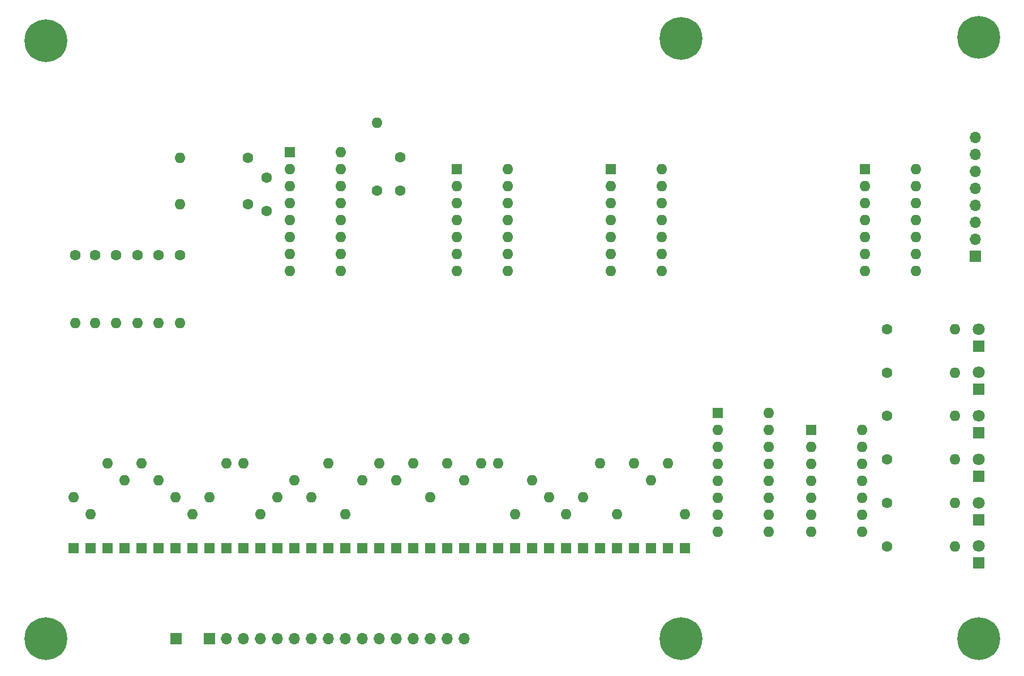
<source format=gbr>
%TF.GenerationSoftware,KiCad,Pcbnew,(5.1.10-1-10_14)*%
%TF.CreationDate,2021-06-29T18:24:10+10:00*%
%TF.ProjectId,Keyboard interface,4b657962-6f61-4726-9420-696e74657266,rev?*%
%TF.SameCoordinates,Original*%
%TF.FileFunction,Soldermask,Top*%
%TF.FilePolarity,Negative*%
%FSLAX46Y46*%
G04 Gerber Fmt 4.6, Leading zero omitted, Abs format (unit mm)*
G04 Created by KiCad (PCBNEW (5.1.10-1-10_14)) date 2021-06-29 18:24:10*
%MOMM*%
%LPD*%
G01*
G04 APERTURE LIST*
%ADD10R,1.700000X1.700000*%
%ADD11C,1.800000*%
%ADD12R,1.800000X1.800000*%
%ADD13C,0.800000*%
%ADD14C,6.400000*%
%ADD15C,1.600000*%
%ADD16O,1.600000X1.600000*%
%ADD17R,1.600000X1.600000*%
%ADD18O,1.700000X1.700000*%
G04 APERTURE END LIST*
D10*
%TO.C,J3*%
X75000000Y-145000000D03*
%TD*%
D11*
%TO.C,D6*%
X195000000Y-131160000D03*
D12*
X195000000Y-133700000D03*
%TD*%
D11*
%TO.C,D5*%
X195000000Y-124700000D03*
D12*
X195000000Y-127240000D03*
%TD*%
D11*
%TO.C,D4*%
X195000000Y-118160000D03*
D12*
X195000000Y-120700000D03*
%TD*%
D11*
%TO.C,D3*%
X195000000Y-111700000D03*
D12*
X195000000Y-114240000D03*
%TD*%
D11*
%TO.C,D2*%
X195000000Y-105160000D03*
D12*
X195000000Y-107700000D03*
%TD*%
D11*
%TO.C,D1*%
X195000000Y-98700000D03*
D12*
X195000000Y-101240000D03*
%TD*%
D13*
%TO.C,H6*%
X152197056Y-143302944D03*
X150500000Y-142600000D03*
X148802944Y-143302944D03*
X148100000Y-145000000D03*
X148802944Y-146697056D03*
X150500000Y-147400000D03*
X152197056Y-146697056D03*
X152900000Y-145000000D03*
D14*
X150500000Y-145000000D03*
%TD*%
D13*
%TO.C,H5*%
X152197056Y-53500000D03*
X150500000Y-52797056D03*
X148802944Y-53500000D03*
X148100000Y-55197056D03*
X148802944Y-56894112D03*
X150500000Y-57597056D03*
X152197056Y-56894112D03*
X152900000Y-55197056D03*
D14*
X150500000Y-55197056D03*
%TD*%
D15*
%TO.C,C2*%
X108500000Y-73000000D03*
X108500000Y-78000000D03*
%TD*%
%TO.C,C1*%
X88500000Y-81000000D03*
X88500000Y-76000000D03*
%TD*%
D16*
%TO.C,D43*%
X151130000Y-126365000D03*
D17*
X151130000Y-131445000D03*
%TD*%
D16*
%TO.C,D42*%
X148590000Y-118745000D03*
D17*
X148590000Y-131445000D03*
%TD*%
D16*
%TO.C,D41*%
X146050000Y-121285000D03*
D17*
X146050000Y-131445000D03*
%TD*%
D16*
%TO.C,D40*%
X143510000Y-118745000D03*
D17*
X143510000Y-131445000D03*
%TD*%
D16*
%TO.C,D39*%
X140970000Y-126365000D03*
D17*
X140970000Y-131445000D03*
%TD*%
D16*
%TO.C,D38*%
X138430000Y-118745000D03*
D17*
X138430000Y-131445000D03*
%TD*%
D16*
%TO.C,D37*%
X135890000Y-123825000D03*
D17*
X135890000Y-131445000D03*
%TD*%
D16*
%TO.C,D36*%
X133350000Y-126365000D03*
D17*
X133350000Y-131445000D03*
%TD*%
D16*
%TO.C,D35*%
X130810000Y-123825000D03*
D17*
X130810000Y-131445000D03*
%TD*%
D16*
%TO.C,D34*%
X128270000Y-121285000D03*
D17*
X128270000Y-131445000D03*
%TD*%
D16*
%TO.C,D33*%
X125730000Y-126365000D03*
D17*
X125730000Y-131445000D03*
%TD*%
D16*
%TO.C,D32*%
X123190000Y-118745000D03*
D17*
X123190000Y-131445000D03*
%TD*%
D16*
%TO.C,D31*%
X120650000Y-118745000D03*
D17*
X120650000Y-131445000D03*
%TD*%
D16*
%TO.C,D30*%
X118110000Y-121285000D03*
D17*
X118110000Y-131445000D03*
%TD*%
D16*
%TO.C,D29*%
X115570000Y-118745000D03*
D17*
X115570000Y-131445000D03*
%TD*%
D16*
%TO.C,D28*%
X113030000Y-123825000D03*
D17*
X113030000Y-131445000D03*
%TD*%
D16*
%TO.C,D27*%
X110490000Y-118745000D03*
D17*
X110490000Y-131445000D03*
%TD*%
D16*
%TO.C,D26*%
X107950000Y-121285000D03*
D17*
X107950000Y-131445000D03*
%TD*%
D16*
%TO.C,D25*%
X105410000Y-118745000D03*
D17*
X105410000Y-131445000D03*
%TD*%
D16*
%TO.C,D24*%
X102870000Y-121285000D03*
D17*
X102870000Y-131445000D03*
%TD*%
D16*
%TO.C,D23*%
X100330000Y-126365000D03*
D17*
X100330000Y-131445000D03*
%TD*%
D16*
%TO.C,R15*%
X75565000Y-73025000D03*
D15*
X85725000Y-73025000D03*
%TD*%
D16*
%TO.C,D22*%
X97790000Y-118745000D03*
D17*
X97790000Y-131445000D03*
%TD*%
D16*
%TO.C,D21*%
X95250000Y-123825000D03*
D17*
X95250000Y-131445000D03*
%TD*%
D16*
%TO.C,D20*%
X92710000Y-121285000D03*
D17*
X92710000Y-131445000D03*
%TD*%
D16*
%TO.C,D19*%
X90170000Y-123825000D03*
D17*
X90170000Y-131445000D03*
%TD*%
D16*
%TO.C,D18*%
X87630000Y-126365000D03*
D17*
X87630000Y-131445000D03*
%TD*%
D18*
%TO.C,J1*%
X118100000Y-145000000D03*
X115560000Y-145000000D03*
X113020000Y-145000000D03*
X110480000Y-145000000D03*
X107940000Y-145000000D03*
X105400000Y-145000000D03*
X102860000Y-145000000D03*
X100320000Y-145000000D03*
X97780000Y-145000000D03*
X95240000Y-145000000D03*
X92700000Y-145000000D03*
X90160000Y-145000000D03*
X87620000Y-145000000D03*
X85080000Y-145000000D03*
X82540000Y-145000000D03*
D10*
X80000000Y-145000000D03*
%TD*%
D16*
%TO.C,D17*%
X85090000Y-118745000D03*
D17*
X85090000Y-131445000D03*
%TD*%
D16*
%TO.C,D16*%
X82550000Y-118745000D03*
D17*
X82550000Y-131445000D03*
%TD*%
D16*
%TO.C,D15*%
X80010000Y-123825000D03*
D17*
X80010000Y-131445000D03*
%TD*%
D16*
%TO.C,D14*%
X77470000Y-126365000D03*
D17*
X77470000Y-131445000D03*
%TD*%
D16*
%TO.C,D13*%
X74930000Y-123825000D03*
D17*
X74930000Y-131445000D03*
%TD*%
D16*
%TO.C,D12*%
X72390000Y-121285000D03*
D17*
X72390000Y-131445000D03*
%TD*%
D16*
%TO.C,D11*%
X69850000Y-118745000D03*
D17*
X69850000Y-131445000D03*
%TD*%
D16*
%TO.C,D8*%
X62230000Y-126365000D03*
D17*
X62230000Y-131445000D03*
%TD*%
D16*
%TO.C,D7*%
X59690000Y-123825000D03*
D17*
X59690000Y-131445000D03*
%TD*%
D16*
%TO.C,D9*%
X64770000Y-118745000D03*
D17*
X64770000Y-131445000D03*
%TD*%
D16*
%TO.C,D10*%
X67310000Y-121285000D03*
D17*
X67310000Y-131445000D03*
%TD*%
D13*
%TO.C,H4*%
X57197056Y-143302944D03*
X55500000Y-142600000D03*
X53802944Y-143302944D03*
X53100000Y-145000000D03*
X53802944Y-146697056D03*
X55500000Y-147400000D03*
X57197056Y-146697056D03*
X57900000Y-145000000D03*
D14*
X55500000Y-145000000D03*
%TD*%
D13*
%TO.C,H3*%
X196697056Y-143302944D03*
X195000000Y-142600000D03*
X193302944Y-143302944D03*
X192600000Y-145000000D03*
X193302944Y-146697056D03*
X195000000Y-147400000D03*
X196697056Y-146697056D03*
X197400000Y-145000000D03*
D14*
X195000000Y-145000000D03*
%TD*%
D13*
%TO.C,H2*%
X196697056Y-53302944D03*
X195000000Y-52600000D03*
X193302944Y-53302944D03*
X192600000Y-55000000D03*
X193302944Y-56697056D03*
X195000000Y-57400000D03*
X196697056Y-56697056D03*
X197400000Y-55000000D03*
D14*
X195000000Y-55000000D03*
%TD*%
D13*
%TO.C,H1*%
X57197056Y-53802944D03*
X55500000Y-53100000D03*
X53802944Y-53802944D03*
X53100000Y-55500000D03*
X53802944Y-57197056D03*
X55500000Y-57900000D03*
X57197056Y-57197056D03*
X57900000Y-55500000D03*
D14*
X55500000Y-55500000D03*
%TD*%
D10*
%TO.C,J2*%
X194500000Y-87780000D03*
D18*
X194500000Y-85240000D03*
X194500000Y-82700000D03*
X194500000Y-80160000D03*
X194500000Y-77620000D03*
X194500000Y-75080000D03*
X194500000Y-72540000D03*
X194500000Y-70000000D03*
%TD*%
D16*
%TO.C,R1*%
X191500000Y-98700000D03*
D15*
X181340000Y-98700000D03*
%TD*%
D16*
%TO.C,R2*%
X191500000Y-105200000D03*
D15*
X181340000Y-105200000D03*
%TD*%
%TO.C,R3*%
X181340000Y-111700000D03*
D16*
X191500000Y-111700000D03*
%TD*%
%TO.C,R4*%
X191500000Y-118200000D03*
D15*
X181340000Y-118200000D03*
%TD*%
%TO.C,R5*%
X181340000Y-124700000D03*
D16*
X191500000Y-124700000D03*
%TD*%
%TO.C,R6*%
X191500000Y-131200000D03*
D15*
X181340000Y-131200000D03*
%TD*%
D16*
%TO.C,R7*%
X75565000Y-80010000D03*
D15*
X85725000Y-80010000D03*
%TD*%
%TO.C,R8*%
X105000000Y-78000000D03*
D16*
X105000000Y-67840000D03*
%TD*%
D15*
%TO.C,R9*%
X75565000Y-87630000D03*
D16*
X75565000Y-97790000D03*
%TD*%
%TO.C,R10*%
X72390000Y-97790000D03*
D15*
X72390000Y-87630000D03*
%TD*%
%TO.C,R11*%
X69215000Y-87630000D03*
D16*
X69215000Y-97790000D03*
%TD*%
%TO.C,R12*%
X66040000Y-97790000D03*
D15*
X66040000Y-87630000D03*
%TD*%
%TO.C,R13*%
X62865000Y-87630000D03*
D16*
X62865000Y-97790000D03*
%TD*%
D15*
%TO.C,R14*%
X59880000Y-87630000D03*
D16*
X59880000Y-97790000D03*
%TD*%
D17*
%TO.C,U1*%
X92000000Y-72220000D03*
D16*
X99620000Y-90000000D03*
X92000000Y-74760000D03*
X99620000Y-87460000D03*
X92000000Y-77300000D03*
X99620000Y-84920000D03*
X92000000Y-79840000D03*
X99620000Y-82380000D03*
X92000000Y-82380000D03*
X99620000Y-79840000D03*
X92000000Y-84920000D03*
X99620000Y-77300000D03*
X92000000Y-87460000D03*
X99620000Y-74760000D03*
X92000000Y-90000000D03*
X99620000Y-72220000D03*
%TD*%
D17*
%TO.C,U2*%
X117000000Y-74760000D03*
D16*
X124620000Y-90000000D03*
X117000000Y-77300000D03*
X124620000Y-87460000D03*
X117000000Y-79840000D03*
X124620000Y-84920000D03*
X117000000Y-82380000D03*
X124620000Y-82380000D03*
X117000000Y-84920000D03*
X124620000Y-79840000D03*
X117000000Y-87460000D03*
X124620000Y-77300000D03*
X117000000Y-90000000D03*
X124620000Y-74760000D03*
%TD*%
%TO.C,U3*%
X147620000Y-74760000D03*
X140000000Y-90000000D03*
X147620000Y-77300000D03*
X140000000Y-87460000D03*
X147620000Y-79840000D03*
X140000000Y-84920000D03*
X147620000Y-82380000D03*
X140000000Y-82380000D03*
X147620000Y-84920000D03*
X140000000Y-79840000D03*
X147620000Y-87460000D03*
X140000000Y-77300000D03*
X147620000Y-90000000D03*
D17*
X140000000Y-74760000D03*
%TD*%
%TO.C,U4*%
X178000000Y-74760000D03*
D16*
X185620000Y-90000000D03*
X178000000Y-77300000D03*
X185620000Y-87460000D03*
X178000000Y-79840000D03*
X185620000Y-84920000D03*
X178000000Y-82380000D03*
X185620000Y-82380000D03*
X178000000Y-84920000D03*
X185620000Y-79840000D03*
X178000000Y-87460000D03*
X185620000Y-77300000D03*
X178000000Y-90000000D03*
X185620000Y-74760000D03*
%TD*%
%TO.C,U5*%
X163620000Y-111220000D03*
X156000000Y-129000000D03*
X163620000Y-113760000D03*
X156000000Y-126460000D03*
X163620000Y-116300000D03*
X156000000Y-123920000D03*
X163620000Y-118840000D03*
X156000000Y-121380000D03*
X163620000Y-121380000D03*
X156000000Y-118840000D03*
X163620000Y-123920000D03*
X156000000Y-116300000D03*
X163620000Y-126460000D03*
X156000000Y-113760000D03*
X163620000Y-129000000D03*
D17*
X156000000Y-111220000D03*
%TD*%
D16*
%TO.C,U6*%
X177620000Y-113760000D03*
X170000000Y-129000000D03*
X177620000Y-116300000D03*
X170000000Y-126460000D03*
X177620000Y-118840000D03*
X170000000Y-123920000D03*
X177620000Y-121380000D03*
X170000000Y-121380000D03*
X177620000Y-123920000D03*
X170000000Y-118840000D03*
X177620000Y-126460000D03*
X170000000Y-116300000D03*
X177620000Y-129000000D03*
D17*
X170000000Y-113760000D03*
%TD*%
M02*

</source>
